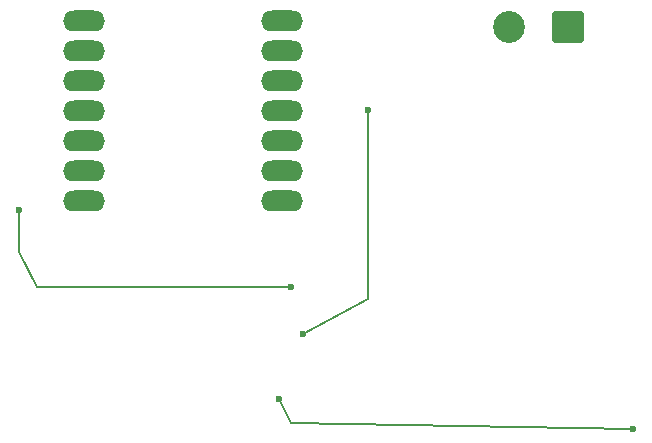
<source format=gbr>
%TF.GenerationSoftware,KiCad,Pcbnew,8.0.8*%
%TF.CreationDate,2025-02-12T10:11:30-08:00*%
%TF.ProjectId,514_pcb,3531345f-7063-4622-9e6b-696361645f70,rev?*%
%TF.SameCoordinates,Original*%
%TF.FileFunction,Copper,L2,Bot*%
%TF.FilePolarity,Positive*%
%FSLAX46Y46*%
G04 Gerber Fmt 4.6, Leading zero omitted, Abs format (unit mm)*
G04 Created by KiCad (PCBNEW 8.0.8) date 2025-02-12 10:11:30*
%MOMM*%
%LPD*%
G01*
G04 APERTURE LIST*
G04 Aperture macros list*
%AMRoundRect*
0 Rectangle with rounded corners*
0 $1 Rounding radius*
0 $2 $3 $4 $5 $6 $7 $8 $9 X,Y pos of 4 corners*
0 Add a 4 corners polygon primitive as box body*
4,1,4,$2,$3,$4,$5,$6,$7,$8,$9,$2,$3,0*
0 Add four circle primitives for the rounded corners*
1,1,$1+$1,$2,$3*
1,1,$1+$1,$4,$5*
1,1,$1+$1,$6,$7*
1,1,$1+$1,$8,$9*
0 Add four rect primitives between the rounded corners*
20,1,$1+$1,$2,$3,$4,$5,0*
20,1,$1+$1,$4,$5,$6,$7,0*
20,1,$1+$1,$6,$7,$8,$9,0*
20,1,$1+$1,$8,$9,$2,$3,0*%
G04 Aperture macros list end*
%TA.AperFunction,Conductor*%
%ADD10C,0.200000*%
%TD*%
%TA.AperFunction,ComponentPad*%
%ADD11O,3.556000X1.778000*%
%TD*%
%TA.AperFunction,ComponentPad*%
%ADD12RoundRect,0.250001X1.099999X1.099999X-1.099999X1.099999X-1.099999X-1.099999X1.099999X-1.099999X0*%
%TD*%
%TA.AperFunction,ComponentPad*%
%ADD13C,2.700000*%
%TD*%
%TA.AperFunction,ViaPad*%
%ADD14C,0.600000*%
%TD*%
G04 APERTURE END LIST*
D10*
%TO.N,Net-(MK1-VDD)*%
X112500000Y-99500000D02*
X112500000Y-83500000D01*
%TO.N,Net-(MK1-WS)*%
X106000000Y-110000000D02*
X135000000Y-110500000D01*
%TO.N,Net-(MK1-VDD)*%
X107000000Y-102500000D02*
X112500000Y-99500000D01*
%TO.N,Net-(MK1-BCLK)*%
X83000000Y-95500000D02*
X83000000Y-92000000D01*
X106000000Y-98500000D02*
X84500000Y-98500000D01*
X84500000Y-98500000D02*
X83000000Y-95500000D01*
%TO.N,Net-(MK1-WS)*%
X105000000Y-108000000D02*
X106000000Y-110000000D01*
%TD*%
D11*
%TO.P,U1,1,GPIO1_A0_D0*%
%TO.N,unconnected-(U1-GPIO1_A0_D0-Pad1)*%
X88498000Y-75960000D03*
%TO.P,U1,2,GPIO2_A1_D1*%
%TO.N,unconnected-(U1-GPIO2_A1_D1-Pad2)*%
X88498000Y-78500000D03*
%TO.P,U1,3,GPIO3_A2_D2*%
%TO.N,unconnected-(U1-GPIO3_A2_D2-Pad3)*%
X88498000Y-81040000D03*
%TO.P,U1,4,GPIO4_A3_D3*%
%TO.N,unconnected-(U1-GPIO4_A3_D3-Pad4)*%
X88498000Y-83580000D03*
%TO.P,U1,5,GPIO4_A3_D3_SDA*%
%TO.N,Net-(MK1-WS)*%
X88498000Y-86120000D03*
%TO.P,U1,6,GPIO6_A5_D5_SCL*%
%TO.N,Net-(MK1-BCLK)*%
X88498000Y-88660000D03*
%TO.P,U1,7,GPIO43_TX_D6*%
%TO.N,Net-(MK1-DATA)*%
X88498000Y-91200000D03*
%TO.P,U1,8,5V*%
%TO.N,Net-(SW1-A)*%
X105262000Y-75960000D03*
%TO.P,U1,9,GND*%
%TO.N,GND*%
X105262000Y-78500000D03*
%TO.P,U1,10,3V3*%
%TO.N,Net-(MK1-VDD)*%
X105262000Y-81040000D03*
%TO.P,U1,11,GPIO9_A10_D10_COPI*%
%TO.N,unconnected-(U1-GPIO9_A10_D10_COPI-Pad11)*%
X105262000Y-83580000D03*
%TO.P,U1,12,GPIO8_A9_D9_CIPO*%
%TO.N,unconnected-(U1-GPIO8_A9_D9_CIPO-Pad12)*%
X105262000Y-86120000D03*
%TO.P,U1,13,GPIO7_A8_D8_SCK*%
%TO.N,unconnected-(U1-GPIO7_A8_D8_SCK-Pad13)*%
X105262000Y-88660000D03*
%TO.P,U1,14,GPIO44_D7_RX*%
%TO.N,unconnected-(U1-GPIO44_D7_RX-Pad14)*%
X105262000Y-91200000D03*
%TD*%
D12*
%TO.P,BT1,1,+*%
%TO.N,Net-(BT1-+)*%
X129500000Y-76500000D03*
D13*
%TO.P,BT1,2,-*%
%TO.N,GND*%
X124500000Y-76500000D03*
%TD*%
D14*
%TO.N,Net-(MK1-VDD)*%
X107000000Y-102500000D03*
X112500000Y-83500000D03*
%TO.N,Net-(MK1-WS)*%
X105000000Y-108000000D03*
X135000000Y-110500000D03*
%TO.N,Net-(MK1-BCLK)*%
X83000000Y-92000000D03*
X106000000Y-98500000D03*
%TD*%
M02*

</source>
